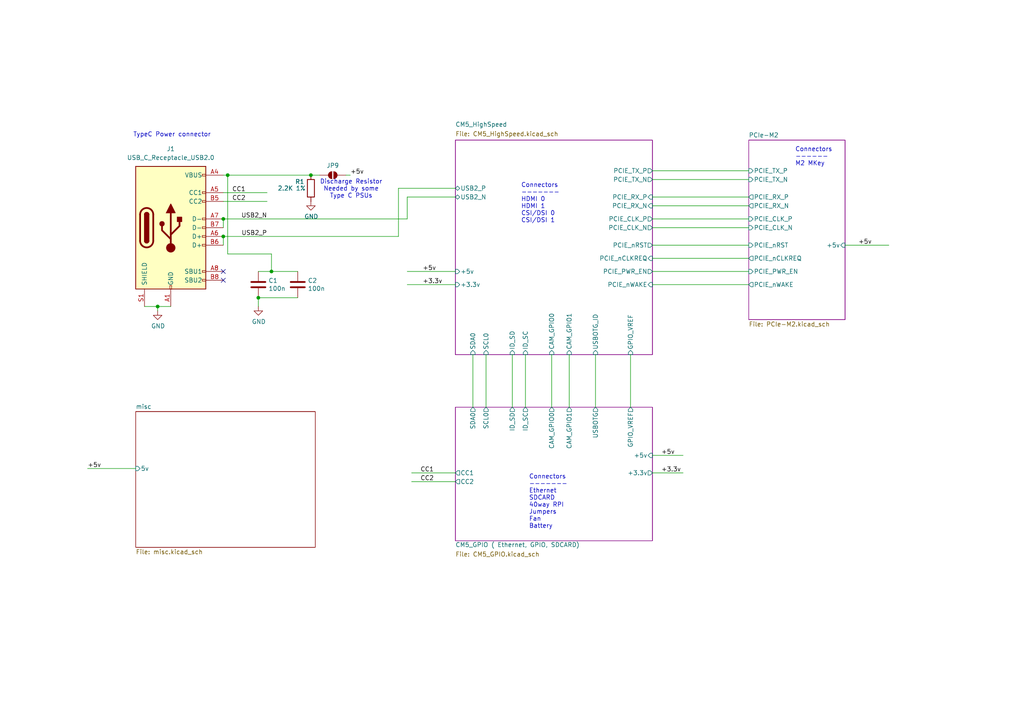
<source format=kicad_sch>
(kicad_sch (version 20231120) (generator "eeschema") (generator_version "8.0")
  (paper "A4")
  (lib_symbols
    (symbol "Connector:USB_C_Receptacle_USB2.0_16P" (pin_names (offset 1.016))
      (property "Reference" "J" (at 0 22.225 0))
      (property "Value" "USB_C_Receptacle_USB2.0_16P" (at 0 19.685 0))
      (symbol "USB_C_Receptacle_USB2.0_16P_0_0"
        (rectangle (start -0.254 -17.78) (end 0.254 -16.764))
        (rectangle (start 10.16 -14.986) (end 9.144 -15.494))
        (rectangle (start 10.16 -12.446) (end 9.144 -12.954))
        (rectangle (start 10.16 -4.826) (end 9.144 -5.334))
        (rectangle (start 10.16 -2.286) (end 9.144 -2.794))
        (rectangle (start 10.16 0.254) (end 9.144 -0.254))
        (rectangle (start 10.16 2.794) (end 9.144 2.286))
        (rectangle (start 10.16 7.874) (end 9.144 7.366))
        (rectangle (start 10.16 10.414) (end 9.144 9.906))
        (rectangle (start 10.16 15.494) (end 9.144 14.986))
      )
      (symbol "USB_C_Receptacle_USB2.0_16P_0_1"
        (rectangle (start -10.16 17.78) (end 10.16 -17.78) (stroke (width 0.254)) (fill (type background)))
        (arc (start -8.89 -3.81) (mid -6.985 -5.7067) (end -5.08 -3.81) (stroke (width 0.508)))
        (arc (start -7.62 -3.81) (mid -6.985 -4.4423) (end -6.35 -3.81) (stroke (width 0.254)))
        (arc (start -7.62 -3.81) (mid -6.985 -4.4423) (end -6.35 -3.81) (stroke (width 0.254)) (fill (type outline)))
        (rectangle (start -7.62 -3.81) (end -6.35 3.81) (stroke (width 0.254)) (fill (type outline)))
        (arc (start -6.35 3.81) (mid -6.985 4.4423) (end -7.62 3.81) (stroke (width 0.254)))
        (arc (start -6.35 3.81) (mid -6.985 4.4423) (end -7.62 3.81) (stroke (width 0.254)) (fill (type outline)))
        (arc (start -5.08 3.81) (mid -6.985 5.7067) (end -8.89 3.81) (stroke (width 0.508)))
        (circle (center -2.54 1.143) (radius 0.635) (stroke (width 0.254)) (fill (type outline)))
        (circle (center 0 -5.842) (radius 1.27) (fill (type outline)))
        (polyline (pts (xy -8.89 -3.81) (xy -8.89 3.81)) (stroke (width 0.508)))
        (polyline (pts (xy -5.08 3.81) (xy -5.08 -3.81)) (stroke (width 0.508)))
        (polyline (pts (xy 0 -5.842) (xy 0 4.318)) (stroke (width 0.508)))
        (polyline (pts (xy 0 -3.302) (xy -2.54 -0.762) (xy -2.54 0.508)) (stroke (width 0.508)))
        (polyline (pts (xy 0 -2.032) (xy 2.54 0.508) (xy 2.54 1.778)) (stroke (width 0.508)))
        (polyline (pts (xy -1.27 4.318) (xy 0 6.858) (xy 1.27 4.318) (xy -1.27 4.318)) (stroke (width 0.254)) (fill (type outline)))
        (rectangle (start 1.905 1.778) (end 3.175 3.048) (stroke (width 0.254)) (fill (type outline)))
      )
      (symbol "USB_C_Receptacle_USB2.0_16P_1_1"
        (pin passive line (at 0 -22.86 90) (length 5.08) (name "GND") (number "A1"))
        (pin passive line (at 0 -22.86 90) (length 5.08) hide (name "GND") (number "A12"))
        (pin passive line (at 15.24 15.24 180) (length 5.08) (name "VBUS") (number "A4"))
        (pin bidirectional line (at 15.24 10.16 180) (length 5.08) (name "CC1") (number "A5"))
        (pin bidirectional line (at 15.24 -2.54 180) (length 5.08) (name "D+") (number "A6"))
        (pin bidirectional line (at 15.24 2.54 180) (length 5.08) (name "D-") (number "A7"))
        (pin bidirectional line (at 15.24 -12.7 180) (length 5.08) (name "SBU1") (number "A8"))
        (pin passive line (at 15.24 15.24 180) (length 5.08) hide (name "VBUS") (number "A9"))
        (pin passive line (at 0 -22.86 90) (length 5.08) hide (name "GND") (number "B1"))
        (pin passive line (at 0 -22.86 90) (length 5.08) hide (name "GND") (number "B12"))
        (pin passive line (at 15.24 15.24 180) (length 5.08) hide (name "VBUS") (number "B4"))
        (pin bidirectional line (at 15.24 7.62 180) (length 5.08) (name "CC2") (number "B5"))
        (pin bidirectional line (at 15.24 -5.08 180) (length 5.08) (name "D+") (number "B6"))
        (pin bidirectional line (at 15.24 0 180) (length 5.08) (name "D-") (number "B7"))
        (pin bidirectional line (at 15.24 -15.24 180) (length 5.08) (name "SBU2") (number "B8"))
        (pin passive line (at 15.24 15.24 180) (length 5.08) hide (name "VBUS") (number "B9"))
        (pin passive line (at -7.62 -22.86 90) (length 5.08) (name "SHIELD") (number "S1"))
      )
    )
    (symbol "Device:C" (pin_numbers hide) (pin_names (offset 0.254))
      (property "Reference" "C" (at 0.635 2.54 0))
      (property "Value" "C" (at 0.635 -2.54 0))
      (symbol "C_0_1"
        (polyline (pts (xy -2.032 -0.762) (xy 2.032 -0.762)) (stroke (width 0.508)))
        (polyline (pts (xy -2.032 0.762) (xy 2.032 0.762)) (stroke (width 0.508)))
      )
      (symbol "C_1_1"
        (pin passive line (at 0 3.81 270) (length 2.794) (name "~") (number "1"))
        (pin passive line (at 0 -3.81 90) (length 2.794) (name "~") (number "2"))
      )
    )
    (symbol "Device:R" (pin_numbers hide) (pin_names (offset 0))
      (property "Reference" "R" (at 2.032 0 90))
      (property "Value" "R" (at 0 0 90))
      (symbol "R_0_1"
        (rectangle (start -1.016 -2.54) (end 1.016 2.54) (stroke (width 0.254)))
      )
      (symbol "R_1_1"
        (pin passive line (at 0 3.81 270) (length 1.27) (name "~") (number "1"))
        (pin passive line (at 0 -3.81 90) (length 1.27) (name "~") (number "2"))
      )
    )
    (symbol "Jumper:SolderJumper_2_Open" (pin_numbers hide) (pin_names (offset 0) hide) (exclude_from_sim yes) (in_bom no)
      (property "Reference" "JP" (at 0 2.032 0))
      (property "Value" "SolderJumper_2_Open" (at 0 -2.54 0))
      (symbol "SolderJumper_2_Open_0_1"
        (arc (start -0.254 1.016) (mid -1.2656 0) (end -0.254 -1.016))
        (arc (start -0.254 1.016) (mid -1.2656 0) (end -0.254 -1.016) (fill (type outline)))
        (polyline (pts (xy -0.254 1.016) (xy -0.254 -1.016)))
        (polyline (pts (xy 0.254 1.016) (xy 0.254 -1.016)))
        (arc (start 0.254 -1.016) (mid 1.2656 0) (end 0.254 1.016))
        (arc (start 0.254 -1.016) (mid 1.2656 0) (end 0.254 1.016) (fill (type outline)))
      )
      (symbol "SolderJumper_2_Open_1_1"
        (pin passive line (at -3.81 0 0) (length 2.54) (name "A") (number "1"))
        (pin passive line (at 3.81 0 180) (length 2.54) (name "B") (number "2"))
      )
    )
    (symbol "power:GND" (power) (pin_numbers hide) (pin_names (offset 0) hide)
      (property "Value" "GND" (at 0 -3.81 0))
      (symbol "GND_0_1"
        (polyline (pts (xy 0 0) (xy 0 -1.27) (xy 1.27 -1.27) (xy 0 -2.54) (xy -1.27 -1.27) (xy 0 -1.27)))
      )
      (symbol "GND_1_1"
        (pin power_in line (at 0 0 270) (length 0) (name "~") (number "1"))
      )
    )
  )
  (junction (at 66.04 50.8))
  (junction (at 64.77 68.58))
  (junction (at 45.72 88.9))
  (junction (at 64.77 63.5))
  (junction (at 90.17 50.8))
  (junction (at 74.93 86.36))
  (junction (at 78.74 78.74))
  (no_connect (at 64.77 81.28))
  (no_connect (at 64.77 78.74))
  (wire (pts (xy 101.6 50.8) (xy 100.33 50.8)))
  (wire (pts (xy 165.1 102.87) (xy 165.1 118.11)))
  (wire (pts (xy 74.93 78.74) (xy 78.74 78.74)))
  (wire (pts (xy 66.04 50.8) (xy 90.17 50.8)))
  (wire (pts (xy 152.4 102.87) (xy 152.4 118.11)))
  (wire (pts (xy 41.91 88.9) (xy 45.72 88.9)))
  (wire (pts (xy 74.93 86.36) (xy 86.36 86.36)))
  (wire (pts (xy 78.74 78.74) (xy 86.36 78.74)))
  (wire (pts (xy 115.57 54.61) (xy 115.57 68.58)))
  (wire (pts (xy 189.23 59.69) (xy 217.17 59.69)))
  (wire (pts (xy 90.17 50.8) (xy 92.71 50.8)))
  (wire (pts (xy 115.57 54.61) (xy 132.08 54.61)))
  (wire (pts (xy 64.77 50.8) (xy 66.04 50.8)))
  (wire (pts (xy 66.04 50.8) (xy 66.04 73.66)))
  (wire (pts (xy 118.11 57.15) (xy 132.08 57.15)))
  (wire (pts (xy 25.4 135.89) (xy 39.37 135.89)))
  (wire (pts (xy 189.23 52.07) (xy 217.17 52.07)))
  (wire (pts (xy 45.72 90.17) (xy 45.72 88.9)))
  (wire (pts (xy 64.77 55.88) (xy 77.47 55.88)))
  (wire (pts (xy 66.04 73.66) (xy 78.74 73.66)))
  (wire (pts (xy 148.59 102.87) (xy 148.59 118.11)))
  (wire (pts (xy 189.23 66.04) (xy 217.17 66.04)))
  (wire (pts (xy 189.23 137.16) (xy 198.12 137.16)))
  (wire (pts (xy 78.74 73.66) (xy 78.74 78.74)))
  (wire (pts (xy 74.93 86.36) (xy 74.93 88.9)))
  (wire (pts (xy 182.88 102.87) (xy 182.88 118.11)))
  (wire (pts (xy 119.38 137.16) (xy 132.08 137.16)))
  (wire (pts (xy 64.77 68.58) (xy 64.77 71.12)))
  (wire (pts (xy 119.38 139.7) (xy 132.08 139.7)))
  (wire (pts (xy 137.16 102.87) (xy 137.16 118.11)))
  (wire (pts (xy 189.23 57.15) (xy 217.17 57.15)))
  (wire (pts (xy 64.77 63.5) (xy 64.77 66.04)))
  (wire (pts (xy 118.11 78.74) (xy 132.08 78.74)))
  (wire (pts (xy 160.02 102.87) (xy 160.02 118.11)))
  (wire (pts (xy 118.11 63.5) (xy 118.11 57.15)))
  (wire (pts (xy 189.23 132.08) (xy 198.12 132.08)))
  (wire (pts (xy 45.72 88.9) (xy 49.53 88.9)))
  (wire (pts (xy 189.23 78.74) (xy 217.17 78.74)))
  (wire (pts (xy 64.77 58.42) (xy 77.47 58.42)))
  (wire (pts (xy 140.97 102.87) (xy 140.97 118.11)))
  (wire (pts (xy 64.77 68.58) (xy 115.57 68.58)))
  (wire (pts (xy 189.23 49.53) (xy 217.17 49.53)))
  (wire (pts (xy 189.23 74.93) (xy 217.17 74.93)))
  (wire (pts (xy 245.11 71.12) (xy 257.81 71.12)))
  (wire (pts (xy 189.23 63.5) (xy 217.17 63.5)))
  (wire (pts (xy 118.11 82.55) (xy 132.08 82.55)))
  (wire (pts (xy 64.77 63.5) (xy 118.11 63.5)))
  (wire (pts (xy 189.23 71.12) (xy 217.17 71.12)))
  (wire (pts (xy 189.23 82.55) (xy 217.17 82.55)))
  (wire (pts (xy 172.72 102.87) (xy 172.72 118.11)))
  (text "Connectors\n-------\nEthernet\nSDCARD\n40way RPI\nJumpers\nFan\nBattery" (at 153.416 153.416 0) (effects (font (size 1.27 1.27)) (justify left bottom)))
  (text "Connectors\n-------\nHDMI 0\nHDMI 1\nCSI/DSI 0\nCSI/DSI 1" (at 151.13 64.77 0) (effects (font (size 1.27 1.27)) (justify left bottom)))
  (text "Connectors\n------\nM2 MKey" (at 230.632 48.26 0) (effects (font (size 1.27 1.27)) (justify left bottom)))
  (text "TypeC Power connector" (at 38.608 39.878 0) (effects (font (size 1.27 1.27)) (justify left bottom)))
  (text "Discharge Resistor\nNeeded by some\nType C PSUs" (at 101.854 54.864 0) (effects (font (size 1.27 1.27))))
  (label "CC1" (at 121.92 137.16 0))
  (label "+5v" (at 25.4 135.89 0))
  (label "USB2_P" (at 77.47 68.58 180))
  (label "CC2" (at 121.92 139.7 0))
  (label "CC1" (at 67.31 55.88 0))
  (label "+3.3v" (at 122.555 82.55 0))
  (label "USB2_N" (at 77.47 63.5 180))
  (label "+5v" (at 191.77 132.08 0))
  (label "+5v" (at 248.92 71.12 0))
  (label "+5v" (at 122.555 78.74 0))
  (label "CC2" (at 67.31 58.42 0))
  (label "+5v" (at 101.6 50.8 0))
  (label "+3.3v" (at 191.77 137.16 0))
  (symbol (lib_id "power:GND") (at 45.72 90.17 0) (unit 1)
    (property "Reference" "#PWR03" (effects (hide yes)))
    (property "Value" "GND" (at 45.847 94.5642 0))
    (property "Description" "Power symbol creates a global label with name \"GND\" , ground" (effects (hide yes)))
  )
  (symbol (lib_id "Connector:USB_C_Receptacle_USB2.0_16P") (at 49.53 66.04 0) (unit 1)
    (property "Reference" "J1" (at 49.53 43.18 0))
    (property "Value" "USB_C_Receptacle_USB2.0" (at 49.53 45.72 0))
    (property "Footprint" "Connector_USB:USB_C_Receptacle_GCT_USB4105-xx-A_16P_TopMnt_Horizontal" (effects (hide yes)))
    (property "Datasheet" "https://www.usb.org/sites/default/files/documents/usb_type-c.zip" (effects (hide yes)))
    (property "Part Description" "USBC USB2 data and power connector" (effects (hide yes)))
    (property "digikey" "2073-USB4105-GF-ACT-ND" (effects (hide yes)))
  )
  (symbol (lib_id "power:GND") (at 90.17 58.42 0) (unit 1)
    (property "Reference" "#PWR01" (effects (hide yes)))
    (property "Value" "GND" (at 90.297 62.8142 0))
    (property "Description" "Power symbol creates a global label with name \"GND\" , ground" (effects (hide yes)))
  )
  (symbol (lib_id "power:GND") (at 74.93 88.9 0) (unit 1)
    (property "Reference" "#PWR02" (effects (hide yes)))
    (property "Value" "GND" (at 75.057 93.2942 0))
    (property "Description" "Power symbol creates a global label with name \"GND\" , ground" (effects (hide yes)))
  )
  (symbol (lib_id "Device:R") (at 90.17 54.61 0) (unit 1)
    (property "Reference" "R1" (at 85.598 52.705 0) (effects (justify left)))
    (property "Value" "2.2K 1%" (at 80.518 54.61 0) (effects (justify left)))
    (property "Footprint" "Resistor_SMD:R_0805_2012Metric_Pad1.20x1.40mm_HandSolder" (effects (hide yes)))
    (property "Datasheet" "https://fscdn.rohm.com/en/products/databook/datasheet/passive/resistor/chip_resistor/mcr-e.pdf" (effects (hide yes)))
    (property "Field4" "Farnell" (effects (hide yes)))
    (property "Part Description" "Resistor 2.2K M1005 1% 63mW" (effects (hide yes)))
    (property "digikey" "311-2.20KCRCT-ND" (effects (hide yes)))
  )
  (symbol (lib_id "Device:C") (at 74.93 82.55 0) (unit 1)
    (property "Reference" "C1" (at 77.851 81.3816 0) (effects (justify left)))
    (property "Value" "100n" (at 77.851 83.693 0) (effects (justify left)))
    (property "Footprint" "Capacitor_SMD:C_0805_2012Metric_Pad1.18x1.45mm_HandSolder" (effects (hide yes)))
    (property "Field4" "Farnell" (effects (hide yes)))
    (property "Field5" "2611911" (effects (hide yes)))
    (property "Field6" "RM EMK105 B7104KV-F" (effects (hide yes)))
    (property "Field7" "TAIYO YUDEN EUROPE GMBH" (effects (hide yes)))
    (property "Field8" "110091611" (effects (hide yes)))
    (property "Part Description" "	0.1uF 10% 16V Ceramic Capacitor X7R 0402 (1005 Metric)" (effects (hide yes)))
    (property "digikey" "1276-1003-1-ND" (effects (hide yes)))
  )
  (symbol (lib_id "Jumper:SolderJumper_2_Open") (at 96.52 50.8 0) (unit 1) (exclude_from_sim yes) (in_bom no)
    (property "Reference" "JP9" (at 96.52 48.006 0))
    (property "Value" "SolderJumper_2_Open" (effects (hide yes)))
    (property "Footprint" "Jumper:SolderJumper-2_P1.3mm_Open_TrianglePad1.0x1.5mm" (effects (hide yes)))
    (property "Description" "Solder Jumper, 2-pole, open" (effects (hide yes)))
  )
  (symbol (lib_id "Device:C") (at 86.36 82.55 0) (unit 1)
    (property "Reference" "C2" (at 89.281 81.3816 0) (effects (justify left)))
    (property "Value" "100n" (at 89.281 83.693 0) (effects (justify left)))
    (property "Footprint" "Capacitor_SMD:C_0805_2012Metric_Pad1.18x1.45mm_HandSolder" (effects (hide yes)))
    (property "Field4" "Farnell" (effects (hide yes)))
    (property "Field5" "2611911" (effects (hide yes)))
    (property "Field6" "RM EMK105 B7104KV-F" (effects (hide yes)))
    (property "Field7" "TAIYO YUDEN EUROPE GMBH" (effects (hide yes)))
    (property "Field8" "110091611" (effects (hide yes)))
    (property "Part Description" "	0.1uF 10% 16V Ceramic Capacitor X7R 0402 (1005 Metric)" (effects (hide yes)))
    (property "digikey" "1276-1003-1-ND" (effects (hide yes)))
  )
  (sheet (at 39.37 119.38) (size 52.07 39.37) (stroke (width 0.1524))
    (property "Sheetname" "misc" (at 39.37 118.6684 0) (effects (justify left bottom)))
    (property "Sheetfile" "misc.kicad_sch" (at 39.37 159.3346 0) (effects (justify left top)))
    (pin "5v" input (at 39.37 135.89 180))
  )
  (sheet (at 132.08 40.64) (size 57.15 62.23) (stroke (width 0.1524) (color 132 0 132 1)) (fill (color 255 255 255 0.0000))
    (property "Sheetname" "CM5_HighSpeed" (at 132.08 36.83 0) (effects (justify left bottom)))
    (property "Sheetfile" "CM5_HighSpeed.kicad_sch" (at 132.08 38.1 0) (effects (justify left top)))
    (pin "USB2_N" bidirectional (at 132.08 57.15 180))
    (pin "USB2_P" bidirectional (at 132.08 54.61 180))
    (pin "ID_SC" input (at 152.4 102.87 270))
    (pin "ID_SD" input (at 148.59 102.87 270))
    (pin "SCL0" input (at 140.97 102.87 270))
    (pin "SDA0" input (at 137.16 102.87 270))
    (pin "+5v" input (at 132.08 78.74 180))
    (pin "PCIE_CLK_P" output (at 189.23 63.5 0))
    (pin "PCIE_CLK_N" output (at 189.23 66.04 0))
    (pin "PCIE_TX_P" output (at 189.23 49.53 0))
    (pin "PCIE_TX_N" output (at 189.23 52.07 0))
    (pin "PCIE_nRST" output (at 189.23 71.12 0))
    (pin "PCIE_RX_P" input (at 189.23 57.15 0))
    (pin "PCIE_RX_N" input (at 189.23 59.69 0))
    (pin "PCIE_nCLKREQ" input (at 189.23 74.93 0))
    (pin "+3.3v" input (at 132.08 82.55 180))
    (pin "USBOTG_ID" input (at 172.72 102.87 270))
    (pin "GPIO_VREF" input (at 182.88 102.87 270))
    (pin "PCIE_PWR_EN" output (at 189.23 78.74 0))
    (pin "PCIE_nWAKE" input (at 189.23 82.55 0))
    (pin "CAM_GPIO0" input (at 160.02 102.87 270))
    (pin "CAM_GPIO1" input (at 165.1 102.87 270))
  )
  (sheet (at 217.17 40.64) (size 27.94 52.07) (stroke (width 0.152) (color 132 0 132 1)) (fill (color 255 255 255 0.0000))
    (property "Sheetname" "PCIe-M2" (at 217.17 39.9286 0) (effects (justify left bottom)))
    (property "Sheetfile" "PCIe-M2.kicad_sch" (at 217.17 93.2944 0) (effects (justify left top)))
    (pin "PCIE_CLK_P" input (at 217.17 63.5 180))
    (pin "PCIE_CLK_N" input (at 217.17 66.04 180))
    (pin "PCIE_TX_P" input (at 217.17 49.53 180))
    (pin "PCIE_TX_N" input (at 217.17 52.07 180))
    (pin "PCIE_nCLKREQ" output (at 217.17 74.93 180))
    (pin "PCIE_nRST" input (at 217.17 71.12 180))
    (pin "PCIE_RX_P" output (at 217.17 57.15 180))
    (pin "PCIE_RX_N" output (at 217.17 59.69 180))
    (pin "+5v" input (at 245.11 71.12 0))
    (pin "PCIE_PWR_EN" input (at 217.17 78.74 180))
    (pin "PCIE_nWAKE" output (at 217.17 82.55 180))
  )
  (sheet (at 132.08 118.11) (size 57.15 38.735) (stroke (width 0.1524) (color 132 0 132 1)) (fill (color 255 255 255 0.0000))
    (property "Sheetname" "CM5_GPIO ( Ethernet, GPIO, SDCARD)" (at 132.08 158.75 0) (effects (justify left bottom)))
    (property "Sheetfile" "CM5_GPIO.kicad_sch" (at 132.08 160.02 0) (effects (justify left top)))
    (pin "ID_SC" output (at 152.4 118.11 90))
    (pin "ID_SD" output (at 148.59 118.11 90))
    (pin "SCL0" output (at 140.97 118.11 90))
    (pin "SDA0" output (at 137.16 118.11 90))
    (pin "+5v" input (at 189.23 132.08 0))
    (pin "+3.3v" output (at 189.23 137.16 0))
    (pin "GPIO_VREF" output (at 182.88 118.11 90))
    (pin "CAM_GPIO0" output (at 160.02 118.11 90))
    (pin "CAM_GPIO1" output (at 165.1 118.11 90))
    (pin "CC1" output (at 132.08 137.16 180))
    (pin "USBOTG" output (at 172.72 118.11 90))
    (pin "CC2" output (at 132.08 139.7 180))
  )
)
</source>
